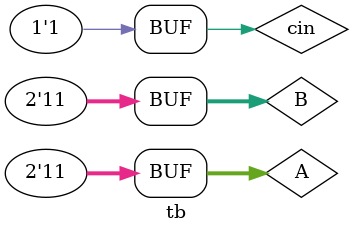
<source format=sv>

module tb;
logic [1:0] A, B;
logic cin;
logic cout;

adders dut(A, B, cin, cout);

initial begin
A = 11; B = 11; cin = 1; #10;
//A = 4'b0000; B = 4'b0000; #10;
//A = 4'b1110; B = 4'b0101; #10;
end
endmodule
</source>
